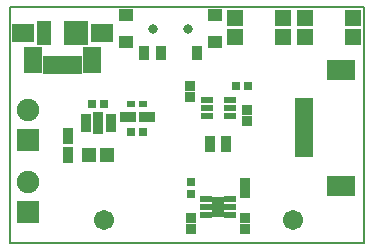
<source format=gts>
G04*
G04 #@! TF.GenerationSoftware,Altium Limited,Altium Designer,20.0.1 (14)*
G04*
G04 Layer_Color=8388736*
%FSLAX24Y24*%
%MOIN*%
G70*
G01*
G75*
%ADD15C,0.0060*%
%ADD39R,0.0580X0.0552*%
%ADD40R,0.0946X0.0710*%
%ADD41R,0.0631X0.0198*%
%ADD42R,0.0324X0.0336*%
%ADD43R,0.0277X0.0267*%
%ADD44R,0.0395X0.0198*%
%ADD45R,0.0415X0.0651*%
%ADD46R,0.0332X0.0580*%
%ADD47R,0.0415X0.0218*%
%ADD48R,0.0267X0.0277*%
%ADD49R,0.0474X0.0395*%
%ADD50R,0.0356X0.0474*%
%ADD51R,0.0730X0.0592*%
%ADD52R,0.0474X0.0828*%
%ADD53R,0.0789X0.0828*%
%ADD54R,0.0641X0.0907*%
%ADD55R,0.0257X0.0623*%
%ADD56R,0.0281X0.0206*%
%ADD57R,0.0533X0.0336*%
%ADD58R,0.0454X0.0454*%
%ADD59R,0.0336X0.0533*%
%ADD60R,0.0356X0.0198*%
%ADD61R,0.0336X0.0730*%
%ADD62C,0.0316*%
%ADD63R,0.0749X0.0749*%
%ADD64C,0.0749*%
%ADD65C,0.0671*%
D15*
X0Y7874D02*
X11811D01*
Y0D02*
Y7874D01*
X0Y0D02*
X11811D01*
X0D02*
Y7874D01*
D39*
X11447Y7515D02*
D03*
X9853D02*
D03*
X9097D02*
D03*
X7503D02*
D03*
X11447Y6885D02*
D03*
X9853D02*
D03*
X9097D02*
D03*
X7503D02*
D03*
D40*
X11047Y5779D02*
D03*
Y1921D02*
D03*
D41*
X9807Y4736D02*
D03*
Y4539D02*
D03*
Y4342D02*
D03*
Y4145D02*
D03*
Y3948D02*
D03*
Y3752D02*
D03*
Y3555D02*
D03*
Y3358D02*
D03*
Y3161D02*
D03*
Y2964D02*
D03*
D42*
X7850Y477D02*
D03*
Y823D02*
D03*
X6050Y477D02*
D03*
Y823D02*
D03*
X7850Y2017D02*
D03*
Y1671D02*
D03*
X7900Y4077D02*
D03*
Y4423D02*
D03*
X6000Y5223D02*
D03*
Y4877D02*
D03*
D43*
X6050Y2052D02*
D03*
Y1648D02*
D03*
D44*
X6556Y1456D02*
D03*
Y1200D02*
D03*
Y944D02*
D03*
X7344D02*
D03*
Y1200D02*
D03*
Y1456D02*
D03*
D45*
X6950Y1200D02*
D03*
D46*
X6686Y3300D02*
D03*
X7214D02*
D03*
D47*
X6576Y4756D02*
D03*
Y4500D02*
D03*
Y4244D02*
D03*
X7324D02*
D03*
Y4500D02*
D03*
Y4756D02*
D03*
D48*
X7952Y5250D02*
D03*
X7548D02*
D03*
X4048Y3700D02*
D03*
X4452D02*
D03*
X2748Y4650D02*
D03*
X3152D02*
D03*
D49*
X6826Y7603D02*
D03*
X3874D02*
D03*
Y6697D02*
D03*
X6826D02*
D03*
D50*
X4464Y6343D02*
D03*
X5055D02*
D03*
X6236D02*
D03*
D51*
X432Y7000D02*
D03*
X3089D02*
D03*
D52*
X1150D02*
D03*
D53*
X2213D02*
D03*
D54*
X2739Y6094D02*
D03*
X781D02*
D03*
D55*
X1248Y5953D02*
D03*
X1504D02*
D03*
X1760D02*
D03*
X2016D02*
D03*
X2272D02*
D03*
D56*
X4053Y4650D02*
D03*
X4447D02*
D03*
D57*
X4565Y4200D02*
D03*
X3935D02*
D03*
D58*
X2655Y2950D02*
D03*
X3245D02*
D03*
D59*
X1950Y2935D02*
D03*
Y3565D02*
D03*
D60*
X2537Y4197D02*
D03*
Y4000D02*
D03*
Y3803D02*
D03*
X3363D02*
D03*
Y4000D02*
D03*
Y4197D02*
D03*
D61*
X2950Y4000D02*
D03*
D62*
X4759Y7150D02*
D03*
X5941D02*
D03*
D63*
X600Y1050D02*
D03*
Y3450D02*
D03*
D64*
Y2050D02*
D03*
Y4450D02*
D03*
D65*
X9449Y787D02*
D03*
X3150D02*
D03*
M02*

</source>
